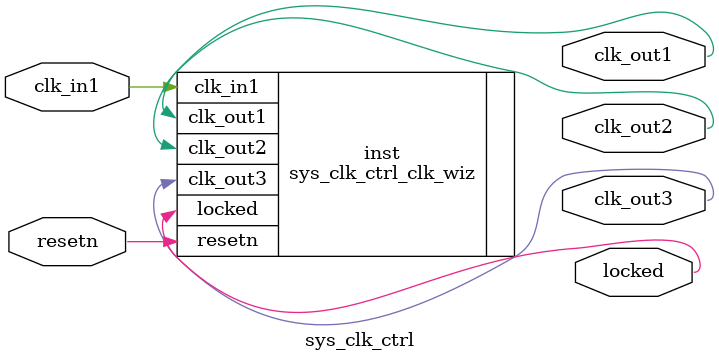
<source format=v>


`timescale 1ps/1ps

(* CORE_GENERATION_INFO = "sys_clk_ctrl,clk_wiz_v6_0_2_0_0,{component_name=sys_clk_ctrl,use_phase_alignment=true,use_min_o_jitter=false,use_max_i_jitter=false,use_dyn_phase_shift=false,use_inclk_switchover=false,use_dyn_reconfig=false,enable_axi=0,feedback_source=FDBK_AUTO,PRIMITIVE=MMCM,num_out_clk=3,clkin1_period=10.000,clkin2_period=10.000,use_power_down=false,use_reset=true,use_locked=true,use_inclk_stopped=false,feedback_type=SINGLE,CLOCK_MGR_TYPE=NA,manual_override=false}" *)

module sys_clk_ctrl 
 (
  // Clock out ports
  output        clk_out1,
  output        clk_out2,
  output        clk_out3,
  // Status and control signals
  input         resetn,
  output        locked,
 // Clock in ports
  input         clk_in1
 );

  sys_clk_ctrl_clk_wiz inst
  (
  // Clock out ports  
  .clk_out1(clk_out1),
  .clk_out2(clk_out2),
  .clk_out3(clk_out3),
  // Status and control signals               
  .resetn(resetn), 
  .locked(locked),
 // Clock in ports
  .clk_in1(clk_in1)
  );

endmodule

</source>
